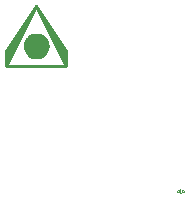
<source format=gbo>
G75*
%MOIN*%
%OFA0B0*%
%FSLAX24Y24*%
%IPPOS*%
%LPD*%
%AMOC8*
5,1,8,0,0,1.08239X$1,22.5*
%
%ADD10C,0.0010*%
%ADD11C,0.0100*%
D10*
X015339Y001077D02*
X015339Y001107D01*
X015354Y001122D01*
X015399Y001122D01*
X015399Y001152D02*
X015399Y001062D01*
X015354Y001062D01*
X015339Y001077D01*
X015430Y001047D02*
X015430Y001122D01*
X015430Y001152D02*
X015430Y001167D01*
X015492Y001152D02*
X015492Y001062D01*
X015537Y001062D01*
X015552Y001077D01*
X015552Y001107D01*
X015537Y001122D01*
X015492Y001122D01*
X015460Y001032D02*
X015445Y001032D01*
X015430Y001047D01*
D11*
X011627Y005267D02*
X009627Y005267D01*
X010627Y007267D01*
X011627Y005267D01*
X011627Y005767D01*
X010627Y007267D01*
X009627Y005767D01*
X009627Y005267D01*
X009627Y005354D02*
X009671Y005354D01*
X009627Y005452D02*
X009720Y005452D01*
X009769Y005551D02*
X009627Y005551D01*
X009627Y005649D02*
X009818Y005649D01*
X009868Y005748D02*
X009627Y005748D01*
X009680Y005846D02*
X009917Y005846D01*
X009966Y005945D02*
X009746Y005945D01*
X009811Y006043D02*
X010015Y006043D01*
X010065Y006142D02*
X009877Y006142D01*
X009943Y006240D02*
X010114Y006240D01*
X010163Y006339D02*
X010008Y006339D01*
X010074Y006437D02*
X010212Y006437D01*
X010262Y006536D02*
X010140Y006536D01*
X010205Y006634D02*
X010311Y006634D01*
X010271Y006733D02*
X010360Y006733D01*
X010337Y006831D02*
X010409Y006831D01*
X010402Y006930D02*
X010459Y006930D01*
X010468Y007028D02*
X010508Y007028D01*
X010534Y007127D02*
X010557Y007127D01*
X010599Y007225D02*
X010606Y007225D01*
X010648Y007225D02*
X010655Y007225D01*
X010698Y007127D02*
X010721Y007127D01*
X010747Y007028D02*
X010787Y007028D01*
X010796Y006930D02*
X010852Y006930D01*
X010845Y006831D02*
X010918Y006831D01*
X010895Y006733D02*
X010984Y006733D01*
X010944Y006634D02*
X011049Y006634D01*
X010993Y006536D02*
X011115Y006536D01*
X011181Y006437D02*
X011042Y006437D01*
X011092Y006339D02*
X011246Y006339D01*
X011312Y006240D02*
X011141Y006240D01*
X011190Y006142D02*
X011378Y006142D01*
X011443Y006043D02*
X011239Y006043D01*
X011289Y005945D02*
X011509Y005945D01*
X011575Y005846D02*
X011338Y005846D01*
X011387Y005748D02*
X011627Y005748D01*
X011627Y005649D02*
X011436Y005649D01*
X011486Y005551D02*
X011627Y005551D01*
X011627Y005452D02*
X011535Y005452D01*
X011584Y005354D02*
X011627Y005354D01*
X010595Y005937D02*
X010597Y005949D01*
X010602Y005961D01*
X010611Y005970D01*
X010622Y005976D01*
X010634Y005979D01*
X010646Y005978D01*
X010658Y005973D01*
X010668Y005966D01*
X010675Y005955D01*
X010679Y005943D01*
X010679Y005931D01*
X010675Y005919D01*
X010668Y005908D01*
X010658Y005901D01*
X010646Y005896D01*
X010634Y005895D01*
X010622Y005898D01*
X010611Y005904D01*
X010602Y005913D01*
X010597Y005925D01*
X010595Y005937D01*
X010513Y005937D02*
X010515Y005959D01*
X010520Y005979D01*
X010530Y005999D01*
X010542Y006017D01*
X010557Y006032D01*
X010575Y006044D01*
X010595Y006054D01*
X010615Y006059D01*
X010637Y006061D01*
X010659Y006059D01*
X010679Y006054D01*
X010699Y006044D01*
X010717Y006032D01*
X010732Y006017D01*
X010744Y005999D01*
X010754Y005979D01*
X010759Y005959D01*
X010761Y005937D01*
X010759Y005915D01*
X010754Y005895D01*
X010744Y005875D01*
X010732Y005857D01*
X010717Y005842D01*
X010699Y005830D01*
X010679Y005820D01*
X010659Y005815D01*
X010637Y005813D01*
X010615Y005815D01*
X010595Y005820D01*
X010575Y005830D01*
X010557Y005842D01*
X010542Y005857D01*
X010530Y005875D01*
X010520Y005895D01*
X010515Y005915D01*
X010513Y005937D01*
X010427Y005937D02*
X010429Y005966D01*
X010435Y005994D01*
X010444Y006021D01*
X010458Y006046D01*
X010474Y006070D01*
X010494Y006090D01*
X010516Y006109D01*
X010540Y006123D01*
X010567Y006135D01*
X010594Y006143D01*
X010623Y006147D01*
X010651Y006147D01*
X010680Y006143D01*
X010707Y006135D01*
X010734Y006123D01*
X010758Y006109D01*
X010780Y006090D01*
X010800Y006070D01*
X010816Y006046D01*
X010830Y006021D01*
X010839Y005994D01*
X010845Y005966D01*
X010847Y005937D01*
X010845Y005908D01*
X010839Y005880D01*
X010830Y005853D01*
X010816Y005828D01*
X010800Y005804D01*
X010780Y005784D01*
X010758Y005765D01*
X010734Y005751D01*
X010707Y005739D01*
X010680Y005731D01*
X010651Y005727D01*
X010623Y005727D01*
X010594Y005731D01*
X010567Y005739D01*
X010540Y005751D01*
X010516Y005765D01*
X010494Y005784D01*
X010474Y005804D01*
X010458Y005828D01*
X010444Y005853D01*
X010435Y005880D01*
X010429Y005908D01*
X010427Y005937D01*
X010345Y005937D02*
X010347Y005971D01*
X010353Y006004D01*
X010363Y006037D01*
X010376Y006068D01*
X010393Y006097D01*
X010413Y006125D01*
X010437Y006149D01*
X010463Y006171D01*
X010491Y006190D01*
X010521Y006205D01*
X010553Y006217D01*
X010586Y006225D01*
X010620Y006229D01*
X010654Y006229D01*
X010688Y006225D01*
X010721Y006217D01*
X010753Y006205D01*
X010783Y006190D01*
X010811Y006171D01*
X010837Y006149D01*
X010861Y006125D01*
X010881Y006097D01*
X010898Y006068D01*
X010911Y006037D01*
X010921Y006004D01*
X010927Y005971D01*
X010929Y005937D01*
X010927Y005903D01*
X010921Y005870D01*
X010911Y005837D01*
X010898Y005806D01*
X010881Y005777D01*
X010861Y005749D01*
X010837Y005725D01*
X010811Y005703D01*
X010783Y005684D01*
X010753Y005669D01*
X010721Y005657D01*
X010688Y005649D01*
X010654Y005645D01*
X010620Y005645D01*
X010586Y005649D01*
X010553Y005657D01*
X010521Y005669D01*
X010491Y005684D01*
X010463Y005703D01*
X010437Y005725D01*
X010413Y005749D01*
X010393Y005777D01*
X010376Y005806D01*
X010363Y005837D01*
X010353Y005870D01*
X010347Y005903D01*
X010345Y005937D01*
X010257Y005937D02*
X010259Y005975D01*
X010265Y006013D01*
X010274Y006051D01*
X010288Y006087D01*
X010305Y006121D01*
X010325Y006154D01*
X010349Y006185D01*
X010375Y006212D01*
X010404Y006237D01*
X010436Y006259D01*
X010470Y006278D01*
X010505Y006293D01*
X010542Y006305D01*
X010579Y006313D01*
X010618Y006317D01*
X010656Y006317D01*
X010695Y006313D01*
X010732Y006305D01*
X010769Y006293D01*
X010804Y006278D01*
X010838Y006259D01*
X010870Y006237D01*
X010899Y006212D01*
X010925Y006185D01*
X010949Y006154D01*
X010969Y006121D01*
X010986Y006087D01*
X011000Y006051D01*
X011009Y006013D01*
X011015Y005975D01*
X011017Y005937D01*
X011015Y005899D01*
X011009Y005861D01*
X011000Y005823D01*
X010986Y005787D01*
X010969Y005753D01*
X010949Y005720D01*
X010925Y005689D01*
X010899Y005662D01*
X010870Y005637D01*
X010838Y005615D01*
X010804Y005596D01*
X010769Y005581D01*
X010732Y005569D01*
X010695Y005561D01*
X010656Y005557D01*
X010618Y005557D01*
X010579Y005561D01*
X010542Y005569D01*
X010505Y005581D01*
X010470Y005596D01*
X010436Y005615D01*
X010404Y005637D01*
X010375Y005662D01*
X010349Y005689D01*
X010325Y005720D01*
X010305Y005753D01*
X010288Y005787D01*
X010274Y005823D01*
X010265Y005861D01*
X010259Y005899D01*
X010257Y005937D01*
M02*

</source>
